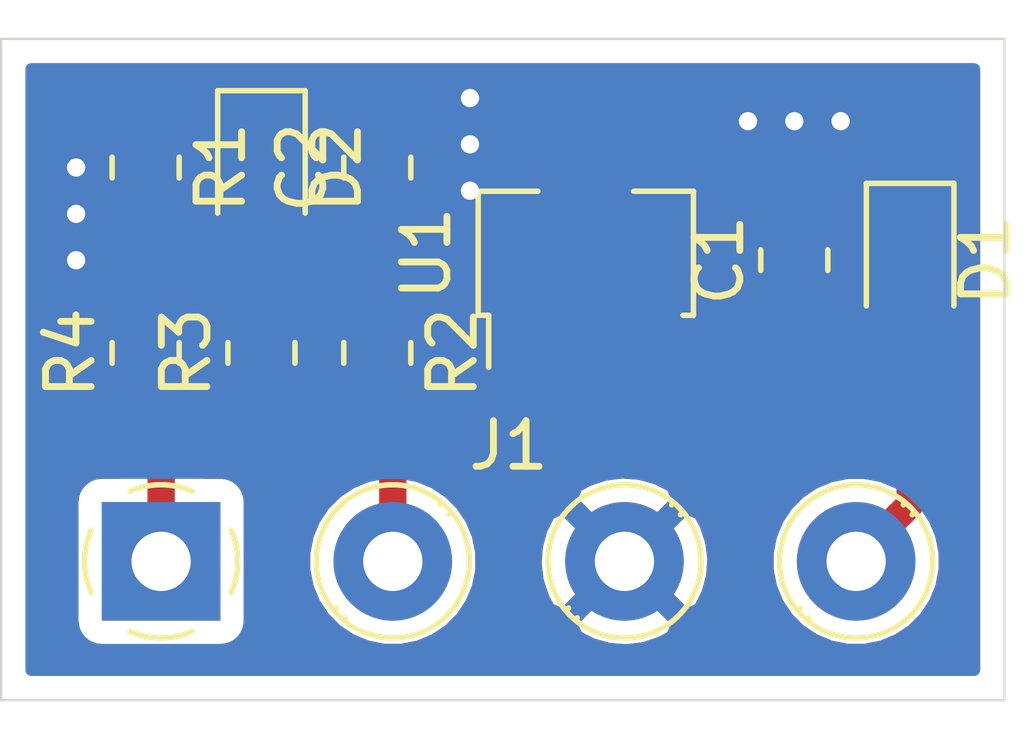
<source format=kicad_pcb>
(kicad_pcb (version 20171130) (host pcbnew 5.1.9+dfsg1-1~bpo10+1)

  (general
    (thickness 1.6)
    (drawings 4)
    (tracks 30)
    (zones 0)
    (modules 10)
    (nets 8)
  )

  (page A4)
  (layers
    (0 F.Cu signal)
    (31 B.Cu signal)
    (32 B.Adhes user)
    (33 F.Adhes user)
    (34 B.Paste user)
    (35 F.Paste user)
    (36 B.SilkS user)
    (37 F.SilkS user)
    (38 B.Mask user)
    (39 F.Mask user)
    (40 Dwgs.User user)
    (41 Cmts.User user)
    (42 Eco1.User user)
    (43 Eco2.User user)
    (44 Edge.Cuts user)
    (45 Margin user)
    (46 B.CrtYd user)
    (47 F.CrtYd user)
    (48 B.Fab user)
    (49 F.Fab user)
  )

  (setup
    (last_trace_width 0.6)
    (user_trace_width 0.4)
    (user_trace_width 0.6)
    (user_trace_width 1)
    (trace_clearance 0.2)
    (zone_clearance 0.508)
    (zone_45_only no)
    (trace_min 0.2)
    (via_size 0.8)
    (via_drill 0.4)
    (via_min_size 0.4)
    (via_min_drill 0.3)
    (uvia_size 0.3)
    (uvia_drill 0.1)
    (uvias_allowed no)
    (uvia_min_size 0.2)
    (uvia_min_drill 0.1)
    (edge_width 0.05)
    (segment_width 0.2)
    (pcb_text_width 0.3)
    (pcb_text_size 1.5 1.5)
    (mod_edge_width 0.12)
    (mod_text_size 1 1)
    (mod_text_width 0.15)
    (pad_size 1.524 1.524)
    (pad_drill 0.762)
    (pad_to_mask_clearance 0)
    (aux_axis_origin 0 0)
    (visible_elements FFF9FF3F)
    (pcbplotparams
      (layerselection 0x010fc_ffffffff)
      (usegerberextensions false)
      (usegerberattributes true)
      (usegerberadvancedattributes true)
      (creategerberjobfile true)
      (excludeedgelayer true)
      (linewidth 0.100000)
      (plotframeref false)
      (viasonmask false)
      (mode 1)
      (useauxorigin false)
      (hpglpennumber 1)
      (hpglpenspeed 20)
      (hpglpendiameter 15.000000)
      (psnegative false)
      (psa4output false)
      (plotreference true)
      (plotvalue true)
      (plotinvisibletext false)
      (padsonsilk false)
      (subtractmaskfromsilk false)
      (outputformat 1)
      (mirror false)
      (drillshape 1)
      (scaleselection 1)
      (outputdirectory ""))
  )

  (net 0 "")
  (net 1 GND)
  (net 2 "Net-(C1-Pad1)")
  (net 3 +5V)
  (net 4 +12V)
  (net 5 "Net-(D2-Pad1)")
  (net 6 "Net-(J1-Pad2)")
  (net 7 "Net-(J1-Pad1)")

  (net_class Default "This is the default net class."
    (clearance 0.2)
    (trace_width 0.25)
    (via_dia 0.8)
    (via_drill 0.4)
    (uvia_dia 0.3)
    (uvia_drill 0.1)
    (add_net +12V)
    (add_net +5V)
    (add_net GND)
    (add_net "Net-(C1-Pad1)")
    (add_net "Net-(D2-Pad1)")
    (add_net "Net-(J1-Pad1)")
    (add_net "Net-(J1-Pad2)")
  )

  (module TerminalBlock_Phoenix:TerminalBlock_Phoenix_MKDS-1,5-4-5.08_1x04_P5.08mm_Horizontal (layer F.Cu) (tedit 60760064) (tstamp 6076391D)
    (at 138.008 92.456)
    (descr "Terminal Block Phoenix MKDS-1,5-4-5.08, 4 pins, pitch 5.08mm, size 20.3x9.8mm^2, drill diamater 1.3mm, pad diameter 2.6mm, see http://www.farnell.com/datasheets/100425.pdf, script-generated using https://github.com/pointhi/kicad-footprint-generator/scripts/TerminalBlock_Phoenix")
    (tags "THT Terminal Block Phoenix MKDS-1,5-4-5.08 pitch 5.08mm size 20.3x9.8mm^2 drill 1.3mm pad 2.6mm")
    (path /607AE33F)
    (fp_text reference J1 (at 7.62 -2.54) (layer F.SilkS)
      (effects (font (size 1 1) (thickness 0.15)))
    )
    (fp_text value Conn_01x04 (at 7.62 3.048) (layer F.Fab)
      (effects (font (size 1 1) (thickness 0.15)))
    )
    (fp_arc (start 0 0) (end -0.684 1.535) (angle -25) (layer F.SilkS) (width 0.12))
    (fp_arc (start 0 0) (end -1.535 -0.684) (angle -48) (layer F.SilkS) (width 0.12))
    (fp_arc (start 0 0) (end 0.684 -1.535) (angle -48) (layer F.SilkS) (width 0.12))
    (fp_arc (start 0 0) (end 1.535 0.684) (angle -48) (layer F.SilkS) (width 0.12))
    (fp_arc (start 0 0) (end 0 1.68) (angle -24) (layer F.SilkS) (width 0.12))
    (fp_circle (center 0 0) (end 1.5 0) (layer F.Fab) (width 0.1))
    (fp_circle (center 5.08 0) (end 6.58 0) (layer F.Fab) (width 0.1))
    (fp_circle (center 5.08 0) (end 6.76 0) (layer F.SilkS) (width 0.12))
    (fp_circle (center 10.16 0) (end 11.66 0) (layer F.Fab) (width 0.1))
    (fp_circle (center 10.16 0) (end 11.84 0) (layer F.SilkS) (width 0.12))
    (fp_circle (center 15.24 0) (end 16.74 0) (layer F.Fab) (width 0.1))
    (fp_circle (center 15.24 0) (end 16.92 0) (layer F.SilkS) (width 0.12))
    (fp_line (start 1.138 -0.955) (end -0.955 1.138) (layer F.Fab) (width 0.1))
    (fp_line (start 0.955 -1.138) (end -1.138 0.955) (layer F.Fab) (width 0.1))
    (fp_line (start 6.218 -0.955) (end 4.126 1.138) (layer F.Fab) (width 0.1))
    (fp_line (start 6.035 -1.138) (end 3.943 0.955) (layer F.Fab) (width 0.1))
    (fp_line (start 6.355 -1.069) (end 6.308 -1.023) (layer F.SilkS) (width 0.12))
    (fp_line (start 4.046 1.239) (end 4.011 1.274) (layer F.SilkS) (width 0.12))
    (fp_line (start 6.15 -1.275) (end 6.115 -1.239) (layer F.SilkS) (width 0.12))
    (fp_line (start 3.853 1.023) (end 3.806 1.069) (layer F.SilkS) (width 0.12))
    (fp_line (start 11.298 -0.955) (end 9.206 1.138) (layer F.Fab) (width 0.1))
    (fp_line (start 11.115 -1.138) (end 9.023 0.955) (layer F.Fab) (width 0.1))
    (fp_line (start 11.435 -1.069) (end 11.388 -1.023) (layer F.SilkS) (width 0.12))
    (fp_line (start 9.126 1.239) (end 9.091 1.274) (layer F.SilkS) (width 0.12))
    (fp_line (start 11.23 -1.275) (end 11.195 -1.239) (layer F.SilkS) (width 0.12))
    (fp_line (start 8.933 1.023) (end 8.886 1.069) (layer F.SilkS) (width 0.12))
    (fp_line (start 16.378 -0.955) (end 14.286 1.138) (layer F.Fab) (width 0.1))
    (fp_line (start 16.195 -1.138) (end 14.103 0.955) (layer F.Fab) (width 0.1))
    (fp_line (start 16.515 -1.069) (end 16.468 -1.023) (layer F.SilkS) (width 0.12))
    (fp_line (start 14.206 1.239) (end 14.171 1.274) (layer F.SilkS) (width 0.12))
    (fp_line (start 16.31 -1.275) (end 16.275 -1.239) (layer F.SilkS) (width 0.12))
    (fp_line (start 14.013 1.023) (end 13.966 1.069) (layer F.SilkS) (width 0.12))
    (pad 4 thru_hole circle (at 15.24 0) (size 2.6 2.6) (drill 1.3) (layers *.Cu *.Mask)
      (net 4 +12V))
    (pad 3 thru_hole circle (at 10.16 0) (size 2.6 2.6) (drill 1.3) (layers *.Cu *.Mask)
      (net 1 GND))
    (pad 2 thru_hole circle (at 5.08 0) (size 2.6 2.6) (drill 1.3) (layers *.Cu *.Mask)
      (net 6 "Net-(J1-Pad2)"))
    (pad 1 thru_hole rect (at 0 0) (size 2.6 2.6) (drill 1.3) (layers *.Cu *.Mask)
      (net 7 "Net-(J1-Pad1)"))
    (model ${KISYS3DMOD}/TerminalBlock_Phoenix.3dshapes/TerminalBlock_Phoenix_MKDS-1,5-4-5.08_1x04_P5.08mm_Horizontal.wrl
      (at (xyz 0 0 0))
      (scale (xyz 1 1 1))
      (rotate (xyz 0 0 0))
    )
  )

  (module Diode_SMD:D_0805_2012Metric (layer F.Cu) (tedit 5F68FEF0) (tstamp 60763754)
    (at 154.432 85.852 270)
    (descr "Diode SMD 0805 (2012 Metric), square (rectangular) end terminal, IPC_7351 nominal, (Body size source: https://docs.google.com/spreadsheets/d/1BsfQQcO9C6DZCsRaXUlFlo91Tg2WpOkGARC1WS5S8t0/edit?usp=sharing), generated with kicad-footprint-generator")
    (tags diode)
    (path /60765A1B)
    (attr smd)
    (fp_text reference D1 (at 0 -1.65 90) (layer F.SilkS)
      (effects (font (size 1 1) (thickness 0.15)))
    )
    (fp_text value 1N4148 (at 0 1.65 90) (layer F.Fab)
      (effects (font (size 1 1) (thickness 0.15)))
    )
    (fp_text user %R (at 0 0 90) (layer F.Fab)
      (effects (font (size 0.5 0.5) (thickness 0.08)))
    )
    (fp_line (start 1 -0.6) (end -0.7 -0.6) (layer F.Fab) (width 0.1))
    (fp_line (start -0.7 -0.6) (end -1 -0.3) (layer F.Fab) (width 0.1))
    (fp_line (start -1 -0.3) (end -1 0.6) (layer F.Fab) (width 0.1))
    (fp_line (start -1 0.6) (end 1 0.6) (layer F.Fab) (width 0.1))
    (fp_line (start 1 0.6) (end 1 -0.6) (layer F.Fab) (width 0.1))
    (fp_line (start 1 -0.96) (end -1.685 -0.96) (layer F.SilkS) (width 0.12))
    (fp_line (start -1.685 -0.96) (end -1.685 0.96) (layer F.SilkS) (width 0.12))
    (fp_line (start -1.685 0.96) (end 1 0.96) (layer F.SilkS) (width 0.12))
    (fp_line (start -1.68 0.95) (end -1.68 -0.95) (layer F.CrtYd) (width 0.05))
    (fp_line (start -1.68 -0.95) (end 1.68 -0.95) (layer F.CrtYd) (width 0.05))
    (fp_line (start 1.68 -0.95) (end 1.68 0.95) (layer F.CrtYd) (width 0.05))
    (fp_line (start 1.68 0.95) (end -1.68 0.95) (layer F.CrtYd) (width 0.05))
    (pad 2 smd roundrect (at 0.9375 0 270) (size 0.975 1.4) (layers F.Cu F.Paste F.Mask) (roundrect_rratio 0.25)
      (net 4 +12V))
    (pad 1 smd roundrect (at -0.9375 0 270) (size 0.975 1.4) (layers F.Cu F.Paste F.Mask) (roundrect_rratio 0.25)
      (net 2 "Net-(C1-Pad1)"))
    (model ${KISYS3DMOD}/Diode_SMD.3dshapes/D_0805_2012Metric.wrl
      (at (xyz 0 0 0))
      (scale (xyz 1 1 1))
      (rotate (xyz 0 0 0))
    )
  )

  (module Package_TO_SOT_SMD:SOT-89-3 (layer F.Cu) (tedit 5C33D6E8) (tstamp 6076367B)
    (at 147.32 86 90)
    (descr "SOT-89-3, http://ww1.microchip.com/downloads/en/DeviceDoc/3L_SOT-89_MB_C04-029C.pdf")
    (tags SOT-89-3)
    (path /6076025B)
    (attr smd)
    (fp_text reference U1 (at 0.3 -3.5 90) (layer F.SilkS)
      (effects (font (size 1 1) (thickness 0.15)))
    )
    (fp_text value L78L05_SOT89 (at 0.3 3.5 90) (layer F.Fab)
      (effects (font (size 1 1) (thickness 0.15)))
    )
    (fp_text user %R (at 0.5 0) (layer F.Fab)
      (effects (font (size 1 1) (thickness 0.15)))
    )
    (fp_line (start 1.66 1.05) (end 1.66 2.36) (layer F.SilkS) (width 0.12))
    (fp_line (start 1.66 2.36) (end -1.06 2.36) (layer F.SilkS) (width 0.12))
    (fp_line (start -2.2 -2.13) (end -1.06 -2.13) (layer F.SilkS) (width 0.12))
    (fp_line (start 1.66 -2.36) (end 1.66 -1.05) (layer F.SilkS) (width 0.12))
    (fp_line (start -0.95 -1.25) (end 0.05 -2.25) (layer F.Fab) (width 0.1))
    (fp_line (start 1.55 -2.25) (end 1.55 2.25) (layer F.Fab) (width 0.1))
    (fp_line (start 1.55 2.25) (end -0.95 2.25) (layer F.Fab) (width 0.1))
    (fp_line (start -0.95 2.25) (end -0.95 -1.25) (layer F.Fab) (width 0.1))
    (fp_line (start 0.05 -2.25) (end 1.55 -2.25) (layer F.Fab) (width 0.1))
    (fp_line (start 2.55 -2.5) (end 2.55 2.5) (layer F.CrtYd) (width 0.05))
    (fp_line (start 2.55 -2.5) (end -2.55 -2.5) (layer F.CrtYd) (width 0.05))
    (fp_line (start -2.55 2.5) (end 2.55 2.5) (layer F.CrtYd) (width 0.05))
    (fp_line (start -2.55 2.5) (end -2.55 -2.5) (layer F.CrtYd) (width 0.05))
    (fp_line (start -1.06 -2.36) (end 1.66 -2.36) (layer F.SilkS) (width 0.12))
    (fp_line (start -1.06 -2.36) (end -1.06 -2.13) (layer F.SilkS) (width 0.12))
    (fp_line (start -1.06 2.36) (end -1.06 2.13) (layer F.SilkS) (width 0.12))
    (pad 2 smd custom (at -1.5625 0 90) (size 1.475 0.9) (layers F.Cu F.Paste F.Mask)
      (net 1 GND) (zone_connect 2)
      (options (clearance outline) (anchor rect))
      (primitives
        (gr_poly (pts
           (xy 0.7375 -0.8665) (xy 3.8625 -0.8665) (xy 3.8625 0.8665) (xy 0.7375 0.8665)) (width 0))
      ))
    (pad 3 smd rect (at -1.65 1.5 90) (size 1.3 0.9) (layers F.Cu F.Paste F.Mask)
      (net 2 "Net-(C1-Pad1)"))
    (pad 1 smd rect (at -1.65 -1.5 90) (size 1.3 0.9) (layers F.Cu F.Paste F.Mask)
      (net 3 +5V))
    (model ${KISYS3DMOD}/Package_TO_SOT_SMD.3dshapes/SOT-89-3.wrl
      (at (xyz 0 0 0))
      (scale (xyz 1 1 1))
      (rotate (xyz 0 0 0))
    )
  )

  (module Resistor_SMD:R_0805_2012Metric (layer F.Cu) (tedit 5F68FEEE) (tstamp 6076371F)
    (at 137.668 87.884 90)
    (descr "Resistor SMD 0805 (2012 Metric), square (rectangular) end terminal, IPC_7351 nominal, (Body size source: IPC-SM-782 page 72, https://www.pcb-3d.com/wordpress/wp-content/uploads/ipc-sm-782a_amendment_1_and_2.pdf), generated with kicad-footprint-generator")
    (tags resistor)
    (path /6078599B)
    (attr smd)
    (fp_text reference R4 (at 0 -1.65 90) (layer F.SilkS)
      (effects (font (size 1 1) (thickness 0.15)))
    )
    (fp_text value 560R (at 0 1.65 90) (layer F.Fab)
      (effects (font (size 1 1) (thickness 0.15)))
    )
    (fp_text user %R (at 0 0 90) (layer F.Fab)
      (effects (font (size 0.5 0.5) (thickness 0.08)))
    )
    (fp_line (start -1 0.625) (end -1 -0.625) (layer F.Fab) (width 0.1))
    (fp_line (start -1 -0.625) (end 1 -0.625) (layer F.Fab) (width 0.1))
    (fp_line (start 1 -0.625) (end 1 0.625) (layer F.Fab) (width 0.1))
    (fp_line (start 1 0.625) (end -1 0.625) (layer F.Fab) (width 0.1))
    (fp_line (start -0.227064 -0.735) (end 0.227064 -0.735) (layer F.SilkS) (width 0.12))
    (fp_line (start -0.227064 0.735) (end 0.227064 0.735) (layer F.SilkS) (width 0.12))
    (fp_line (start -1.68 0.95) (end -1.68 -0.95) (layer F.CrtYd) (width 0.05))
    (fp_line (start -1.68 -0.95) (end 1.68 -0.95) (layer F.CrtYd) (width 0.05))
    (fp_line (start 1.68 -0.95) (end 1.68 0.95) (layer F.CrtYd) (width 0.05))
    (fp_line (start 1.68 0.95) (end -1.68 0.95) (layer F.CrtYd) (width 0.05))
    (pad 2 smd roundrect (at 0.9125 0 90) (size 1.025 1.4) (layers F.Cu F.Paste F.Mask) (roundrect_rratio 0.243902)
      (net 1 GND))
    (pad 1 smd roundrect (at -0.9125 0 90) (size 1.025 1.4) (layers F.Cu F.Paste F.Mask) (roundrect_rratio 0.243902)
      (net 7 "Net-(J1-Pad1)"))
    (model ${KISYS3DMOD}/Resistor_SMD.3dshapes/R_0805_2012Metric.wrl
      (at (xyz 0 0 0))
      (scale (xyz 1 1 1))
      (rotate (xyz 0 0 0))
    )
  )

  (module Resistor_SMD:R_0805_2012Metric (layer F.Cu) (tedit 5F68FEEE) (tstamp 60763614)
    (at 140.208 87.884 90)
    (descr "Resistor SMD 0805 (2012 Metric), square (rectangular) end terminal, IPC_7351 nominal, (Body size source: IPC-SM-782 page 72, https://www.pcb-3d.com/wordpress/wp-content/uploads/ipc-sm-782a_amendment_1_and_2.pdf), generated with kicad-footprint-generator")
    (tags resistor)
    (path /607850BF)
    (attr smd)
    (fp_text reference R3 (at 0 -1.65 90) (layer F.SilkS)
      (effects (font (size 1 1) (thickness 0.15)))
    )
    (fp_text value 200R (at 0 1.65 90) (layer F.Fab)
      (effects (font (size 1 1) (thickness 0.15)))
    )
    (fp_text user %R (at 0 0 90) (layer F.Fab)
      (effects (font (size 0.5 0.5) (thickness 0.08)))
    )
    (fp_line (start -1 0.625) (end -1 -0.625) (layer F.Fab) (width 0.1))
    (fp_line (start -1 -0.625) (end 1 -0.625) (layer F.Fab) (width 0.1))
    (fp_line (start 1 -0.625) (end 1 0.625) (layer F.Fab) (width 0.1))
    (fp_line (start 1 0.625) (end -1 0.625) (layer F.Fab) (width 0.1))
    (fp_line (start -0.227064 -0.735) (end 0.227064 -0.735) (layer F.SilkS) (width 0.12))
    (fp_line (start -0.227064 0.735) (end 0.227064 0.735) (layer F.SilkS) (width 0.12))
    (fp_line (start -1.68 0.95) (end -1.68 -0.95) (layer F.CrtYd) (width 0.05))
    (fp_line (start -1.68 -0.95) (end 1.68 -0.95) (layer F.CrtYd) (width 0.05))
    (fp_line (start 1.68 -0.95) (end 1.68 0.95) (layer F.CrtYd) (width 0.05))
    (fp_line (start 1.68 0.95) (end -1.68 0.95) (layer F.CrtYd) (width 0.05))
    (pad 2 smd roundrect (at 0.9125 0 90) (size 1.025 1.4) (layers F.Cu F.Paste F.Mask) (roundrect_rratio 0.243902)
      (net 7 "Net-(J1-Pad1)"))
    (pad 1 smd roundrect (at -0.9125 0 90) (size 1.025 1.4) (layers F.Cu F.Paste F.Mask) (roundrect_rratio 0.243902)
      (net 6 "Net-(J1-Pad2)"))
    (model ${KISYS3DMOD}/Resistor_SMD.3dshapes/R_0805_2012Metric.wrl
      (at (xyz 0 0 0))
      (scale (xyz 1 1 1))
      (rotate (xyz 0 0 0))
    )
  )

  (module Resistor_SMD:R_0805_2012Metric (layer F.Cu) (tedit 5F68FEEE) (tstamp 60763644)
    (at 142.748 87.884 270)
    (descr "Resistor SMD 0805 (2012 Metric), square (rectangular) end terminal, IPC_7351 nominal, (Body size source: IPC-SM-782 page 72, https://www.pcb-3d.com/wordpress/wp-content/uploads/ipc-sm-782a_amendment_1_and_2.pdf), generated with kicad-footprint-generator")
    (tags resistor)
    (path /6078557B)
    (attr smd)
    (fp_text reference R2 (at 0 -1.65 90) (layer F.SilkS)
      (effects (font (size 1 1) (thickness 0.15)))
    )
    (fp_text value 560R (at 0 1.65 90) (layer F.Fab)
      (effects (font (size 1 1) (thickness 0.15)))
    )
    (fp_text user %R (at 0 0 90) (layer F.Fab)
      (effects (font (size 0.5 0.5) (thickness 0.08)))
    )
    (fp_line (start -1 0.625) (end -1 -0.625) (layer F.Fab) (width 0.1))
    (fp_line (start -1 -0.625) (end 1 -0.625) (layer F.Fab) (width 0.1))
    (fp_line (start 1 -0.625) (end 1 0.625) (layer F.Fab) (width 0.1))
    (fp_line (start 1 0.625) (end -1 0.625) (layer F.Fab) (width 0.1))
    (fp_line (start -0.227064 -0.735) (end 0.227064 -0.735) (layer F.SilkS) (width 0.12))
    (fp_line (start -0.227064 0.735) (end 0.227064 0.735) (layer F.SilkS) (width 0.12))
    (fp_line (start -1.68 0.95) (end -1.68 -0.95) (layer F.CrtYd) (width 0.05))
    (fp_line (start -1.68 -0.95) (end 1.68 -0.95) (layer F.CrtYd) (width 0.05))
    (fp_line (start 1.68 -0.95) (end 1.68 0.95) (layer F.CrtYd) (width 0.05))
    (fp_line (start 1.68 0.95) (end -1.68 0.95) (layer F.CrtYd) (width 0.05))
    (pad 2 smd roundrect (at 0.9125 0 270) (size 1.025 1.4) (layers F.Cu F.Paste F.Mask) (roundrect_rratio 0.243902)
      (net 6 "Net-(J1-Pad2)"))
    (pad 1 smd roundrect (at -0.9125 0 270) (size 1.025 1.4) (layers F.Cu F.Paste F.Mask) (roundrect_rratio 0.243902)
      (net 3 +5V))
    (model ${KISYS3DMOD}/Resistor_SMD.3dshapes/R_0805_2012Metric.wrl
      (at (xyz 0 0 0))
      (scale (xyz 1 1 1))
      (rotate (xyz 0 0 0))
    )
  )

  (module Resistor_SMD:R_0805_2012Metric (layer F.Cu) (tedit 5F68FEEE) (tstamp 60761F28)
    (at 137.668 83.82 270)
    (descr "Resistor SMD 0805 (2012 Metric), square (rectangular) end terminal, IPC_7351 nominal, (Body size source: IPC-SM-782 page 72, https://www.pcb-3d.com/wordpress/wp-content/uploads/ipc-sm-782a_amendment_1_and_2.pdf), generated with kicad-footprint-generator")
    (tags resistor)
    (path /60761C87)
    (attr smd)
    (fp_text reference R1 (at 0 -1.65 90) (layer F.SilkS)
      (effects (font (size 1 1) (thickness 0.15)))
    )
    (fp_text value 1k (at 0 1.65 90) (layer F.Fab)
      (effects (font (size 1 1) (thickness 0.15)))
    )
    (fp_text user %R (at 0 0 90) (layer F.Fab)
      (effects (font (size 0.5 0.5) (thickness 0.08)))
    )
    (fp_line (start -1 0.625) (end -1 -0.625) (layer F.Fab) (width 0.1))
    (fp_line (start -1 -0.625) (end 1 -0.625) (layer F.Fab) (width 0.1))
    (fp_line (start 1 -0.625) (end 1 0.625) (layer F.Fab) (width 0.1))
    (fp_line (start 1 0.625) (end -1 0.625) (layer F.Fab) (width 0.1))
    (fp_line (start -0.227064 -0.735) (end 0.227064 -0.735) (layer F.SilkS) (width 0.12))
    (fp_line (start -0.227064 0.735) (end 0.227064 0.735) (layer F.SilkS) (width 0.12))
    (fp_line (start -1.68 0.95) (end -1.68 -0.95) (layer F.CrtYd) (width 0.05))
    (fp_line (start -1.68 -0.95) (end 1.68 -0.95) (layer F.CrtYd) (width 0.05))
    (fp_line (start 1.68 -0.95) (end 1.68 0.95) (layer F.CrtYd) (width 0.05))
    (fp_line (start 1.68 0.95) (end -1.68 0.95) (layer F.CrtYd) (width 0.05))
    (pad 2 smd roundrect (at 0.9125 0 270) (size 1.025 1.4) (layers F.Cu F.Paste F.Mask) (roundrect_rratio 0.243902)
      (net 1 GND))
    (pad 1 smd roundrect (at -0.9125 0 270) (size 1.025 1.4) (layers F.Cu F.Paste F.Mask) (roundrect_rratio 0.243902)
      (net 5 "Net-(D2-Pad1)"))
    (model ${KISYS3DMOD}/Resistor_SMD.3dshapes/R_0805_2012Metric.wrl
      (at (xyz 0 0 0))
      (scale (xyz 1 1 1))
      (rotate (xyz 0 0 0))
    )
  )

  (module LED_SMD:LED_0805_2012Metric (layer F.Cu) (tedit 5F68FEF1) (tstamp 607605B0)
    (at 140.208 83.82 270)
    (descr "LED SMD 0805 (2012 Metric), square (rectangular) end terminal, IPC_7351 nominal, (Body size source: https://docs.google.com/spreadsheets/d/1BsfQQcO9C6DZCsRaXUlFlo91Tg2WpOkGARC1WS5S8t0/edit?usp=sharing), generated with kicad-footprint-generator")
    (tags LED)
    (path /60762A6B)
    (attr smd)
    (fp_text reference D2 (at 0 -1.65 90) (layer F.SilkS)
      (effects (font (size 1 1) (thickness 0.15)))
    )
    (fp_text value LED (at 0 1.65 90) (layer F.Fab)
      (effects (font (size 1 1) (thickness 0.15)))
    )
    (fp_text user %R (at 0 0 90) (layer F.Fab)
      (effects (font (size 0.5 0.5) (thickness 0.08)))
    )
    (fp_line (start 1 -0.6) (end -0.7 -0.6) (layer F.Fab) (width 0.1))
    (fp_line (start -0.7 -0.6) (end -1 -0.3) (layer F.Fab) (width 0.1))
    (fp_line (start -1 -0.3) (end -1 0.6) (layer F.Fab) (width 0.1))
    (fp_line (start -1 0.6) (end 1 0.6) (layer F.Fab) (width 0.1))
    (fp_line (start 1 0.6) (end 1 -0.6) (layer F.Fab) (width 0.1))
    (fp_line (start 1 -0.96) (end -1.685 -0.96) (layer F.SilkS) (width 0.12))
    (fp_line (start -1.685 -0.96) (end -1.685 0.96) (layer F.SilkS) (width 0.12))
    (fp_line (start -1.685 0.96) (end 1 0.96) (layer F.SilkS) (width 0.12))
    (fp_line (start -1.68 0.95) (end -1.68 -0.95) (layer F.CrtYd) (width 0.05))
    (fp_line (start -1.68 -0.95) (end 1.68 -0.95) (layer F.CrtYd) (width 0.05))
    (fp_line (start 1.68 -0.95) (end 1.68 0.95) (layer F.CrtYd) (width 0.05))
    (fp_line (start 1.68 0.95) (end -1.68 0.95) (layer F.CrtYd) (width 0.05))
    (pad 2 smd roundrect (at 0.9375 0 270) (size 0.975 1.4) (layers F.Cu F.Paste F.Mask) (roundrect_rratio 0.25)
      (net 3 +5V))
    (pad 1 smd roundrect (at -0.9375 0 270) (size 0.975 1.4) (layers F.Cu F.Paste F.Mask) (roundrect_rratio 0.25)
      (net 5 "Net-(D2-Pad1)"))
    (model ${KISYS3DMOD}/LED_SMD.3dshapes/LED_0805_2012Metric.wrl
      (at (xyz 0 0 0))
      (scale (xyz 1 1 1))
      (rotate (xyz 0 0 0))
    )
  )

  (module Resistor_SMD:R_0805_2012Metric (layer F.Cu) (tedit 5F68FEEE) (tstamp 6076057E)
    (at 142.748 83.82 90)
    (descr "Resistor SMD 0805 (2012 Metric), square (rectangular) end terminal, IPC_7351 nominal, (Body size source: IPC-SM-782 page 72, https://www.pcb-3d.com/wordpress/wp-content/uploads/ipc-sm-782a_amendment_1_and_2.pdf), generated with kicad-footprint-generator")
    (tags resistor)
    (path /6076250A)
    (attr smd)
    (fp_text reference C2 (at 0 -1.65 90) (layer F.SilkS)
      (effects (font (size 1 1) (thickness 0.15)))
    )
    (fp_text value 22u (at 0 1.65 90) (layer F.Fab)
      (effects (font (size 1 1) (thickness 0.15)))
    )
    (fp_text user %R (at 0 0 90) (layer F.Fab)
      (effects (font (size 0.5 0.5) (thickness 0.08)))
    )
    (fp_line (start -1 0.625) (end -1 -0.625) (layer F.Fab) (width 0.1))
    (fp_line (start -1 -0.625) (end 1 -0.625) (layer F.Fab) (width 0.1))
    (fp_line (start 1 -0.625) (end 1 0.625) (layer F.Fab) (width 0.1))
    (fp_line (start 1 0.625) (end -1 0.625) (layer F.Fab) (width 0.1))
    (fp_line (start -0.227064 -0.735) (end 0.227064 -0.735) (layer F.SilkS) (width 0.12))
    (fp_line (start -0.227064 0.735) (end 0.227064 0.735) (layer F.SilkS) (width 0.12))
    (fp_line (start -1.68 0.95) (end -1.68 -0.95) (layer F.CrtYd) (width 0.05))
    (fp_line (start -1.68 -0.95) (end 1.68 -0.95) (layer F.CrtYd) (width 0.05))
    (fp_line (start 1.68 -0.95) (end 1.68 0.95) (layer F.CrtYd) (width 0.05))
    (fp_line (start 1.68 0.95) (end -1.68 0.95) (layer F.CrtYd) (width 0.05))
    (pad 2 smd roundrect (at 0.9125 0 90) (size 1.025 1.4) (layers F.Cu F.Paste F.Mask) (roundrect_rratio 0.243902)
      (net 1 GND))
    (pad 1 smd roundrect (at -0.9125 0 90) (size 1.025 1.4) (layers F.Cu F.Paste F.Mask) (roundrect_rratio 0.243902)
      (net 3 +5V))
    (model ${KISYS3DMOD}/Resistor_SMD.3dshapes/R_0805_2012Metric.wrl
      (at (xyz 0 0 0))
      (scale (xyz 1 1 1))
      (rotate (xyz 0 0 0))
    )
  )

  (module Resistor_SMD:R_0805_2012Metric (layer F.Cu) (tedit 5F68FEEE) (tstamp 607636C5)
    (at 151.892 85.852 90)
    (descr "Resistor SMD 0805 (2012 Metric), square (rectangular) end terminal, IPC_7351 nominal, (Body size source: IPC-SM-782 page 72, https://www.pcb-3d.com/wordpress/wp-content/uploads/ipc-sm-782a_amendment_1_and_2.pdf), generated with kicad-footprint-generator")
    (tags resistor)
    (path /6076216A)
    (attr smd)
    (fp_text reference C1 (at 0 -1.65 90) (layer F.SilkS)
      (effects (font (size 1 1) (thickness 0.15)))
    )
    (fp_text value 22u (at 0 1.65 90) (layer F.Fab)
      (effects (font (size 1 1) (thickness 0.15)))
    )
    (fp_text user %R (at 0 0 90) (layer F.Fab)
      (effects (font (size 0.5 0.5) (thickness 0.08)))
    )
    (fp_line (start -1 0.625) (end -1 -0.625) (layer F.Fab) (width 0.1))
    (fp_line (start -1 -0.625) (end 1 -0.625) (layer F.Fab) (width 0.1))
    (fp_line (start 1 -0.625) (end 1 0.625) (layer F.Fab) (width 0.1))
    (fp_line (start 1 0.625) (end -1 0.625) (layer F.Fab) (width 0.1))
    (fp_line (start -0.227064 -0.735) (end 0.227064 -0.735) (layer F.SilkS) (width 0.12))
    (fp_line (start -0.227064 0.735) (end 0.227064 0.735) (layer F.SilkS) (width 0.12))
    (fp_line (start -1.68 0.95) (end -1.68 -0.95) (layer F.CrtYd) (width 0.05))
    (fp_line (start -1.68 -0.95) (end 1.68 -0.95) (layer F.CrtYd) (width 0.05))
    (fp_line (start 1.68 -0.95) (end 1.68 0.95) (layer F.CrtYd) (width 0.05))
    (fp_line (start 1.68 0.95) (end -1.68 0.95) (layer F.CrtYd) (width 0.05))
    (pad 2 smd roundrect (at 0.9125 0 90) (size 1.025 1.4) (layers F.Cu F.Paste F.Mask) (roundrect_rratio 0.243902)
      (net 1 GND))
    (pad 1 smd roundrect (at -0.9125 0 90) (size 1.025 1.4) (layers F.Cu F.Paste F.Mask) (roundrect_rratio 0.243902)
      (net 2 "Net-(C1-Pad1)"))
    (model ${KISYS3DMOD}/Resistor_SMD.3dshapes/R_0805_2012Metric.wrl
      (at (xyz 0 0 0))
      (scale (xyz 1 1 1))
      (rotate (xyz 0 0 0))
    )
  )

  (gr_line (start 134.5 81) (end 134.5 95.5) (layer Edge.Cuts) (width 0.05) (tstamp 607613EF))
  (gr_line (start 156.5 81) (end 134.5 81) (layer Edge.Cuts) (width 0.05))
  (gr_line (start 156.5 95.5) (end 156.5 81) (layer Edge.Cuts) (width 0.05) (tstamp 60761D92))
  (gr_line (start 134.5 95.5) (end 156.5 95.5) (layer Edge.Cuts) (width 0.05))

  (via (at 151.892 82.804) (size 0.8) (drill 0.4) (layers F.Cu B.Cu) (net 1))
  (via (at 152.908 82.804) (size 0.8) (drill 0.4) (layers F.Cu B.Cu) (net 1))
  (via (at 150.876 82.804) (size 0.8) (drill 0.4) (layers F.Cu B.Cu) (net 1))
  (via (at 144.78 82.296) (size 0.8) (drill 0.4) (layers F.Cu B.Cu) (net 1))
  (via (at 144.78 83.312) (size 0.8) (drill 0.4) (layers F.Cu B.Cu) (net 1))
  (via (at 144.78 84.328) (size 0.8) (drill 0.4) (layers F.Cu B.Cu) (net 1))
  (via (at 136.144 83.82) (size 0.8) (drill 0.4) (layers F.Cu B.Cu) (net 1))
  (via (at 136.144 84.836) (size 0.8) (drill 0.4) (layers F.Cu B.Cu) (net 1))
  (via (at 136.144 85.852) (size 0.8) (drill 0.4) (layers F.Cu B.Cu) (net 1))
  (segment (start 154.686 85) (end 154.3625 85) (width 0.6) (layer F.Cu) (net 2) (tstamp 607636F8))
  (segment (start 152.5375 86.825) (end 151.892 86.825) (width 0.6) (layer F.Cu) (net 2) (tstamp 60763707))
  (segment (start 154.3625 85) (end 152.5375 86.825) (width 0.6) (layer F.Cu) (net 2) (tstamp 607636EF))
  (segment (start 151.067 87.65) (end 151.892 86.825) (width 0.6) (layer F.Cu) (net 2) (tstamp 607636B3))
  (segment (start 148.82 87.65) (end 151.067 87.65) (width 0.6) (layer F.Cu) (net 2) (tstamp 6076370D))
  (segment (start 145.292 87.122) (end 145.82 87.65) (width 0.6) (layer F.Cu) (net 3) (tstamp 607635FF))
  (segment (start 142.748 87.122) (end 145.292 87.122) (width 0.6) (layer F.Cu) (net 3) (tstamp 60763704))
  (segment (start 142.748 87.122) (end 142.748 84.836) (width 0.6) (layer F.Cu) (net 3) (tstamp 607636FB))
  (segment (start 142.748 84.836) (end 140.208 84.836) (width 0.6) (layer F.Cu) (net 3) (tstamp 607636FE))
  (segment (start 154.432 91.202) (end 153.178 92.456) (width 0.6) (layer F.Cu) (net 4) (tstamp 607636F2))
  (segment (start 154.432 86.7895) (end 154.432 91.202) (width 0.6) (layer F.Cu) (net 4))
  (segment (start 137.693 82.8825) (end 137.668 82.9075) (width 0.6) (layer F.Cu) (net 5) (tstamp 6076370A))
  (segment (start 140.208 82.8825) (end 137.693 82.8825) (width 0.6) (layer F.Cu) (net 5) (tstamp 607636B0))
  (segment (start 142.748 88.947) (end 140.208 88.947) (width 0.6) (layer F.Cu) (net 6) (tstamp 607636AD))
  (segment (start 143.088 89.1365) (end 142.748 88.7965) (width 0.6) (layer F.Cu) (net 6))
  (segment (start 143.088 92.456) (end 143.088 89.1365) (width 0.6) (layer F.Cu) (net 6))
  (segment (start 140.208 87.122) (end 139.886 87.122) (width 0.6) (layer F.Cu) (net 7) (tstamp 60763701))
  (segment (start 138.108 88.9) (end 137.414 88.9) (width 0.6) (layer F.Cu) (net 7) (tstamp 60763740))
  (segment (start 139.886 87.122) (end 138.108 88.9) (width 0.6) (layer F.Cu) (net 7) (tstamp 60763602))
  (segment (start 138.008 89.1365) (end 137.668 88.7965) (width 0.6) (layer F.Cu) (net 7))
  (segment (start 138.008 92.456) (end 138.008 89.1365) (width 0.6) (layer F.Cu) (net 7))

  (zone (net 1) (net_name GND) (layer F.Cu) (tstamp 0) (hatch edge 0.508)
    (connect_pads (clearance 0.508))
    (min_thickness 0.254)
    (fill yes (arc_segments 32) (thermal_gap 0.508) (thermal_bridge_width 0.508))
    (polygon
      (pts
        (xy 156.5 95.5) (xy 134.5 95.5) (xy 134.5 81) (xy 156.5 81)
      )
    )
    (filled_polygon
      (pts
        (xy 155.84 94.84) (xy 135.16 94.84) (xy 135.16 91.156) (xy 136.069928 91.156) (xy 136.069928 93.756)
        (xy 136.082188 93.880482) (xy 136.118498 94.00018) (xy 136.177463 94.110494) (xy 136.256815 94.207185) (xy 136.353506 94.286537)
        (xy 136.46382 94.345502) (xy 136.583518 94.381812) (xy 136.708 94.394072) (xy 139.308 94.394072) (xy 139.432482 94.381812)
        (xy 139.55218 94.345502) (xy 139.662494 94.286537) (xy 139.759185 94.207185) (xy 139.838537 94.110494) (xy 139.897502 94.00018)
        (xy 139.933812 93.880482) (xy 139.946072 93.756) (xy 139.946072 91.156) (xy 139.933812 91.031518) (xy 139.897502 90.91182)
        (xy 139.838537 90.801506) (xy 139.759185 90.704815) (xy 139.662494 90.625463) (xy 139.55218 90.566498) (xy 139.432482 90.530188)
        (xy 139.308 90.517928) (xy 138.943 90.517928) (xy 138.943 89.409088) (xy 139.019595 89.552387) (xy 139.130038 89.686962)
        (xy 139.264613 89.797405) (xy 139.418149 89.879472) (xy 139.584745 89.930008) (xy 139.757999 89.947072) (xy 140.658001 89.947072)
        (xy 140.831255 89.930008) (xy 140.989517 89.882) (xy 141.966483 89.882) (xy 142.124745 89.930008) (xy 142.153001 89.932791)
        (xy 142.153001 90.753542) (xy 141.854509 90.952987) (xy 141.584987 91.222509) (xy 141.373225 91.539434) (xy 141.227361 91.891581)
        (xy 141.153 92.265419) (xy 141.153 92.646581) (xy 141.227361 93.020419) (xy 141.373225 93.372566) (xy 141.584987 93.689491)
        (xy 141.854509 93.959013) (xy 142.171434 94.170775) (xy 142.523581 94.316639) (xy 142.897419 94.391) (xy 143.278581 94.391)
        (xy 143.652419 94.316639) (xy 144.004566 94.170775) (xy 144.321491 93.959013) (xy 144.47528 93.805224) (xy 146.998381 93.805224)
        (xy 147.130317 94.100312) (xy 147.471045 94.271159) (xy 147.838557 94.37225) (xy 148.218729 94.399701) (xy 148.596951 94.352457)
        (xy 148.95869 94.232333) (xy 149.205683 94.100312) (xy 149.337619 93.805224) (xy 148.168 92.635605) (xy 146.998381 93.805224)
        (xy 144.47528 93.805224) (xy 144.591013 93.689491) (xy 144.802775 93.372566) (xy 144.948639 93.020419) (xy 145.023 92.646581)
        (xy 145.023 92.506729) (xy 146.224299 92.506729) (xy 146.271543 92.884951) (xy 146.391667 93.24669) (xy 146.523688 93.493683)
        (xy 146.818776 93.625619) (xy 147.988395 92.456) (xy 148.347605 92.456) (xy 149.517224 93.625619) (xy 149.812312 93.493683)
        (xy 149.983159 93.152955) (xy 150.08425 92.785443) (xy 150.111701 92.405271) (xy 150.064457 92.027049) (xy 149.944333 91.66531)
        (xy 149.812312 91.418317) (xy 149.517224 91.286381) (xy 148.347605 92.456) (xy 147.988395 92.456) (xy 146.818776 91.286381)
        (xy 146.523688 91.418317) (xy 146.352841 91.759045) (xy 146.25175 92.126557) (xy 146.224299 92.506729) (xy 145.023 92.506729)
        (xy 145.023 92.265419) (xy 144.948639 91.891581) (xy 144.802775 91.539434) (xy 144.591013 91.222509) (xy 144.47528 91.106776)
        (xy 146.998381 91.106776) (xy 148.168 92.276395) (xy 149.337619 91.106776) (xy 149.205683 90.811688) (xy 148.864955 90.640841)
        (xy 148.497443 90.53975) (xy 148.117271 90.512299) (xy 147.739049 90.559543) (xy 147.37731 90.679667) (xy 147.130317 90.811688)
        (xy 146.998381 91.106776) (xy 144.47528 91.106776) (xy 144.321491 90.952987) (xy 144.023 90.753542) (xy 144.023 89.383924)
        (xy 144.069008 89.232255) (xy 144.086072 89.059001) (xy 144.086072 88.533999) (xy 144.069008 88.360745) (xy 144.018472 88.194149)
        (xy 143.945164 88.057) (xy 144.731928 88.057) (xy 144.731928 88.3) (xy 144.744188 88.424482) (xy 144.780498 88.54418)
        (xy 144.839463 88.654494) (xy 144.918815 88.751185) (xy 145.015506 88.830537) (xy 145.12582 88.889502) (xy 145.245518 88.925812)
        (xy 145.37 88.938072) (xy 146.27 88.938072) (xy 146.394482 88.925812) (xy 146.51418 88.889502) (xy 146.624494 88.830537)
        (xy 146.721185 88.751185) (xy 146.800537 88.654494) (xy 146.859502 88.54418) (xy 146.895812 88.424482) (xy 146.908072 88.3)
        (xy 146.908072 87) (xy 147.731928 87) (xy 147.731928 88.3) (xy 147.744188 88.424482) (xy 147.780498 88.54418)
        (xy 147.839463 88.654494) (xy 147.918815 88.751185) (xy 148.015506 88.830537) (xy 148.12582 88.889502) (xy 148.245518 88.925812)
        (xy 148.37 88.938072) (xy 149.27 88.938072) (xy 149.394482 88.925812) (xy 149.51418 88.889502) (xy 149.624494 88.830537)
        (xy 149.721185 88.751185) (xy 149.800537 88.654494) (xy 149.837683 88.585) (xy 151.021068 88.585) (xy 151.067 88.589524)
        (xy 151.112932 88.585) (xy 151.250292 88.571471) (xy 151.42654 88.518007) (xy 151.588972 88.431186) (xy 151.731344 88.314344)
        (xy 151.76063 88.278659) (xy 152.124217 87.915072) (xy 152.342001 87.915072) (xy 152.515255 87.898008) (xy 152.681851 87.847472)
        (xy 152.835387 87.765405) (xy 152.969962 87.654962) (xy 152.971325 87.653301) (xy 153.059472 87.606186) (xy 153.201844 87.489344)
        (xy 153.215543 87.472652) (xy 153.242542 87.523164) (xy 153.352208 87.656792) (xy 153.485836 87.766458) (xy 153.497 87.772425)
        (xy 153.497001 90.53262) (xy 153.438581 90.521) (xy 153.057419 90.521) (xy 152.683581 90.595361) (xy 152.331434 90.741225)
        (xy 152.014509 90.952987) (xy 151.744987 91.222509) (xy 151.533225 91.539434) (xy 151.387361 91.891581) (xy 151.313 92.265419)
        (xy 151.313 92.646581) (xy 151.387361 93.020419) (xy 151.533225 93.372566) (xy 151.744987 93.689491) (xy 152.014509 93.959013)
        (xy 152.331434 94.170775) (xy 152.683581 94.316639) (xy 153.057419 94.391) (xy 153.438581 94.391) (xy 153.812419 94.316639)
        (xy 154.164566 94.170775) (xy 154.481491 93.959013) (xy 154.751013 93.689491) (xy 154.962775 93.372566) (xy 155.108639 93.020419)
        (xy 155.183 92.646581) (xy 155.183 92.265419) (xy 155.108639 91.891581) (xy 155.097568 91.864853) (xy 155.213186 91.723972)
        (xy 155.300007 91.56154) (xy 155.353471 91.385292) (xy 155.367 91.247932) (xy 155.371524 91.202) (xy 155.367 91.156068)
        (xy 155.367 87.772425) (xy 155.378164 87.766458) (xy 155.511792 87.656792) (xy 155.621458 87.523164) (xy 155.702947 87.370709)
        (xy 155.753128 87.205285) (xy 155.770072 87.03325) (xy 155.770072 86.54575) (xy 155.753128 86.373715) (xy 155.702947 86.208291)
        (xy 155.621458 86.055836) (xy 155.511792 85.922208) (xy 155.426244 85.852) (xy 155.511792 85.781792) (xy 155.621458 85.648164)
        (xy 155.702947 85.495709) (xy 155.753128 85.330285) (xy 155.770072 85.15825) (xy 155.770072 84.67075) (xy 155.753128 84.498715)
        (xy 155.702947 84.333291) (xy 155.621458 84.180836) (xy 155.511792 84.047208) (xy 155.378164 83.937542) (xy 155.225709 83.856053)
        (xy 155.060285 83.805872) (xy 154.88825 83.788928) (xy 153.97575 83.788928) (xy 153.803715 83.805872) (xy 153.638291 83.856053)
        (xy 153.485836 83.937542) (xy 153.352208 84.047208) (xy 153.242542 84.180836) (xy 153.203218 84.254407) (xy 153.181502 84.18282)
        (xy 153.122537 84.072506) (xy 153.043185 83.975815) (xy 152.946494 83.896463) (xy 152.83618 83.837498) (xy 152.716482 83.801188)
        (xy 152.592 83.788928) (xy 152.17775 83.792) (xy 152.019 83.95075) (xy 152.019 84.8125) (xy 152.039 84.8125)
        (xy 152.039 85.0665) (xy 152.019 85.0665) (xy 152.019 85.0865) (xy 151.765 85.0865) (xy 151.765 85.0665)
        (xy 150.71575 85.0665) (xy 150.557 85.22525) (xy 150.553928 85.452) (xy 150.566188 85.576482) (xy 150.602498 85.69618)
        (xy 150.661463 85.806494) (xy 150.740815 85.903185) (xy 150.770276 85.927363) (xy 150.703595 86.008613) (xy 150.621528 86.162149)
        (xy 150.570992 86.328745) (xy 150.553928 86.501999) (xy 150.553928 86.715) (xy 149.837683 86.715) (xy 149.800537 86.645506)
        (xy 149.721185 86.548815) (xy 149.624494 86.469463) (xy 149.51418 86.410498) (xy 149.394482 86.374188) (xy 149.27 86.361928)
        (xy 148.37 86.361928) (xy 148.245518 86.374188) (xy 148.12582 86.410498) (xy 148.015506 86.469463) (xy 147.918815 86.548815)
        (xy 147.839463 86.645506) (xy 147.780498 86.75582) (xy 147.744188 86.875518) (xy 147.731928 87) (xy 146.908072 87)
        (xy 146.895812 86.875518) (xy 146.859502 86.75582) (xy 146.800537 86.645506) (xy 146.721185 86.548815) (xy 146.624494 86.469463)
        (xy 146.51418 86.410498) (xy 146.394482 86.374188) (xy 146.27 86.361928) (xy 145.839699 86.361928) (xy 145.813972 86.340814)
        (xy 145.65154 86.253993) (xy 145.475292 86.200529) (xy 145.337932 86.187) (xy 145.292 86.182476) (xy 145.246068 86.187)
        (xy 143.912923 86.187) (xy 143.825962 86.081038) (xy 143.691387 85.970595) (xy 143.683 85.966112) (xy 143.683 85.737888)
        (xy 143.691387 85.733405) (xy 143.825962 85.622962) (xy 143.936405 85.488387) (xy 144.018472 85.334851) (xy 144.069008 85.168255)
        (xy 144.086072 84.995001) (xy 144.086072 84.469999) (xy 144.081837 84.427) (xy 150.553928 84.427) (xy 150.557 84.65375)
        (xy 150.71575 84.8125) (xy 151.765 84.8125) (xy 151.765 83.95075) (xy 151.60625 83.792) (xy 151.192 83.788928)
        (xy 151.067518 83.801188) (xy 150.94782 83.837498) (xy 150.837506 83.896463) (xy 150.740815 83.975815) (xy 150.661463 84.072506)
        (xy 150.602498 84.18282) (xy 150.566188 84.302518) (xy 150.553928 84.427) (xy 144.081837 84.427) (xy 144.069008 84.296745)
        (xy 144.018472 84.130149) (xy 143.936405 83.976613) (xy 143.869724 83.895363) (xy 143.899185 83.871185) (xy 143.978537 83.774494)
        (xy 144.037502 83.66418) (xy 144.073812 83.544482) (xy 144.086072 83.42) (xy 144.083 83.19325) (xy 143.92425 83.0345)
        (xy 142.875 83.0345) (xy 142.875 83.0545) (xy 142.621 83.0545) (xy 142.621 83.0345) (xy 142.601 83.0345)
        (xy 142.601 82.7805) (xy 142.621 82.7805) (xy 142.621 81.91875) (xy 142.875 81.91875) (xy 142.875 82.7805)
        (xy 143.92425 82.7805) (xy 144.083 82.62175) (xy 144.086072 82.395) (xy 144.073812 82.270518) (xy 144.037502 82.15082)
        (xy 143.978537 82.040506) (xy 143.899185 81.943815) (xy 143.802494 81.864463) (xy 143.69218 81.805498) (xy 143.572482 81.769188)
        (xy 143.448 81.756928) (xy 143.03375 81.76) (xy 142.875 81.91875) (xy 142.621 81.91875) (xy 142.46225 81.76)
        (xy 142.048 81.756928) (xy 141.923518 81.769188) (xy 141.80382 81.805498) (xy 141.693506 81.864463) (xy 141.596815 81.943815)
        (xy 141.517463 82.040506) (xy 141.458498 82.15082) (xy 141.436782 82.222407) (xy 141.397458 82.148836) (xy 141.287792 82.015208)
        (xy 141.154164 81.905542) (xy 141.001709 81.824053) (xy 140.836285 81.773872) (xy 140.66425 81.756928) (xy 139.75175 81.756928)
        (xy 139.579715 81.773872) (xy 139.414291 81.824053) (xy 139.261836 81.905542) (xy 139.21071 81.9475) (xy 138.66123 81.9475)
        (xy 138.611387 81.906595) (xy 138.457851 81.824528) (xy 138.291255 81.773992) (xy 138.118001 81.756928) (xy 137.217999 81.756928)
        (xy 137.044745 81.773992) (xy 136.878149 81.824528) (xy 136.724613 81.906595) (xy 136.590038 82.017038) (xy 136.479595 82.151613)
        (xy 136.397528 82.305149) (xy 136.346992 82.471745) (xy 136.329928 82.644999) (xy 136.329928 83.170001) (xy 136.346992 83.343255)
        (xy 136.397528 83.509851) (xy 136.479595 83.663387) (xy 136.546276 83.744637) (xy 136.516815 83.768815) (xy 136.437463 83.865506)
        (xy 136.378498 83.97582) (xy 136.342188 84.095518) (xy 136.329928 84.22) (xy 136.333 84.44675) (xy 136.49175 84.6055)
        (xy 137.541 84.6055) (xy 137.541 84.5855) (xy 137.795 84.5855) (xy 137.795 84.6055) (xy 137.815 84.6055)
        (xy 137.815 84.8595) (xy 137.795 84.8595) (xy 137.795 85.72125) (xy 137.92575 85.852) (xy 137.795 85.98275)
        (xy 137.795 86.8445) (xy 137.815 86.8445) (xy 137.815 87.0985) (xy 137.795 87.0985) (xy 137.795 87.1185)
        (xy 137.541 87.1185) (xy 137.541 87.0985) (xy 136.49175 87.0985) (xy 136.333 87.25725) (xy 136.329928 87.484)
        (xy 136.342188 87.608482) (xy 136.378498 87.72818) (xy 136.437463 87.838494) (xy 136.516815 87.935185) (xy 136.546276 87.959363)
        (xy 136.479595 88.040613) (xy 136.397528 88.194149) (xy 136.346992 88.360745) (xy 136.329928 88.533999) (xy 136.329928 89.059001)
        (xy 136.346992 89.232255) (xy 136.397528 89.398851) (xy 136.479595 89.552387) (xy 136.590038 89.686962) (xy 136.724613 89.797405)
        (xy 136.878149 89.879472) (xy 137.044745 89.930008) (xy 137.073001 89.932791) (xy 137.073001 90.517928) (xy 136.708 90.517928)
        (xy 136.583518 90.530188) (xy 136.46382 90.566498) (xy 136.353506 90.625463) (xy 136.256815 90.704815) (xy 136.177463 90.801506)
        (xy 136.118498 90.91182) (xy 136.082188 91.031518) (xy 136.069928 91.156) (xy 135.16 91.156) (xy 135.16 85.245)
        (xy 136.329928 85.245) (xy 136.342188 85.369482) (xy 136.378498 85.48918) (xy 136.437463 85.599494) (xy 136.516815 85.696185)
        (xy 136.613506 85.775537) (xy 136.72382 85.834502) (xy 136.781503 85.852) (xy 136.72382 85.869498) (xy 136.613506 85.928463)
        (xy 136.516815 86.007815) (xy 136.437463 86.104506) (xy 136.378498 86.21482) (xy 136.342188 86.334518) (xy 136.329928 86.459)
        (xy 136.333 86.68575) (xy 136.49175 86.8445) (xy 137.541 86.8445) (xy 137.541 85.98275) (xy 137.41025 85.852)
        (xy 137.541 85.72125) (xy 137.541 84.8595) (xy 136.49175 84.8595) (xy 136.333 85.01825) (xy 136.329928 85.245)
        (xy 135.16 85.245) (xy 135.16 81.66) (xy 155.840001 81.66)
      )
    )
  )
  (zone (net 1) (net_name GND) (layer B.Cu) (tstamp 0) (hatch edge 0.508)
    (connect_pads (clearance 0.508))
    (min_thickness 0.254)
    (fill yes (arc_segments 32) (thermal_gap 0.508) (thermal_bridge_width 0.508))
    (polygon
      (pts
        (xy 156.5 95.5) (xy 134.5 95.5) (xy 134.5 81) (xy 156.5 81)
      )
    )
    (filled_polygon
      (pts
        (xy 155.84 94.84) (xy 135.16 94.84) (xy 135.16 91.156) (xy 136.069928 91.156) (xy 136.069928 93.756)
        (xy 136.082188 93.880482) (xy 136.118498 94.00018) (xy 136.177463 94.110494) (xy 136.256815 94.207185) (xy 136.353506 94.286537)
        (xy 136.46382 94.345502) (xy 136.583518 94.381812) (xy 136.708 94.394072) (xy 139.308 94.394072) (xy 139.432482 94.381812)
        (xy 139.55218 94.345502) (xy 139.662494 94.286537) (xy 139.759185 94.207185) (xy 139.838537 94.110494) (xy 139.897502 94.00018)
        (xy 139.933812 93.880482) (xy 139.946072 93.756) (xy 139.946072 92.265419) (xy 141.153 92.265419) (xy 141.153 92.646581)
        (xy 141.227361 93.020419) (xy 141.373225 93.372566) (xy 141.584987 93.689491) (xy 141.854509 93.959013) (xy 142.171434 94.170775)
        (xy 142.523581 94.316639) (xy 142.897419 94.391) (xy 143.278581 94.391) (xy 143.652419 94.316639) (xy 144.004566 94.170775)
        (xy 144.321491 93.959013) (xy 144.47528 93.805224) (xy 146.998381 93.805224) (xy 147.130317 94.100312) (xy 147.471045 94.271159)
        (xy 147.838557 94.37225) (xy 148.218729 94.399701) (xy 148.596951 94.352457) (xy 148.95869 94.232333) (xy 149.205683 94.100312)
        (xy 149.337619 93.805224) (xy 148.168 92.635605) (xy 146.998381 93.805224) (xy 144.47528 93.805224) (xy 144.591013 93.689491)
        (xy 144.802775 93.372566) (xy 144.948639 93.020419) (xy 145.023 92.646581) (xy 145.023 92.506729) (xy 146.224299 92.506729)
        (xy 146.271543 92.884951) (xy 146.391667 93.24669) (xy 146.523688 93.493683) (xy 146.818776 93.625619) (xy 147.988395 92.456)
        (xy 148.347605 92.456) (xy 149.517224 93.625619) (xy 149.812312 93.493683) (xy 149.983159 93.152955) (xy 150.08425 92.785443)
        (xy 150.111701 92.405271) (xy 150.094232 92.265419) (xy 151.313 92.265419) (xy 151.313 92.646581) (xy 151.387361 93.020419)
        (xy 151.533225 93.372566) (xy 151.744987 93.689491) (xy 152.014509 93.959013) (xy 152.331434 94.170775) (xy 152.683581 94.316639)
        (xy 153.057419 94.391) (xy 153.438581 94.391) (xy 153.812419 94.316639) (xy 154.164566 94.170775) (xy 154.481491 93.959013)
        (xy 154.751013 93.689491) (xy 154.962775 93.372566) (xy 155.108639 93.020419) (xy 155.183 92.646581) (xy 155.183 92.265419)
        (xy 155.108639 91.891581) (xy 154.962775 91.539434) (xy 154.751013 91.222509) (xy 154.481491 90.952987) (xy 154.164566 90.741225)
        (xy 153.812419 90.595361) (xy 153.438581 90.521) (xy 153.057419 90.521) (xy 152.683581 90.595361) (xy 152.331434 90.741225)
        (xy 152.014509 90.952987) (xy 151.744987 91.222509) (xy 151.533225 91.539434) (xy 151.387361 91.891581) (xy 151.313 92.265419)
        (xy 150.094232 92.265419) (xy 150.064457 92.027049) (xy 149.944333 91.66531) (xy 149.812312 91.418317) (xy 149.517224 91.286381)
        (xy 148.347605 92.456) (xy 147.988395 92.456) (xy 146.818776 91.286381) (xy 146.523688 91.418317) (xy 146.352841 91.759045)
        (xy 146.25175 92.126557) (xy 146.224299 92.506729) (xy 145.023 92.506729) (xy 145.023 92.265419) (xy 144.948639 91.891581)
        (xy 144.802775 91.539434) (xy 144.591013 91.222509) (xy 144.47528 91.106776) (xy 146.998381 91.106776) (xy 148.168 92.276395)
        (xy 149.337619 91.106776) (xy 149.205683 90.811688) (xy 148.864955 90.640841) (xy 148.497443 90.53975) (xy 148.117271 90.512299)
        (xy 147.739049 90.559543) (xy 147.37731 90.679667) (xy 147.130317 90.811688) (xy 146.998381 91.106776) (xy 144.47528 91.106776)
        (xy 144.321491 90.952987) (xy 144.004566 90.741225) (xy 143.652419 90.595361) (xy 143.278581 90.521) (xy 142.897419 90.521)
        (xy 142.523581 90.595361) (xy 142.171434 90.741225) (xy 141.854509 90.952987) (xy 141.584987 91.222509) (xy 141.373225 91.539434)
        (xy 141.227361 91.891581) (xy 141.153 92.265419) (xy 139.946072 92.265419) (xy 139.946072 91.156) (xy 139.933812 91.031518)
        (xy 139.897502 90.91182) (xy 139.838537 90.801506) (xy 139.759185 90.704815) (xy 139.662494 90.625463) (xy 139.55218 90.566498)
        (xy 139.432482 90.530188) (xy 139.308 90.517928) (xy 136.708 90.517928) (xy 136.583518 90.530188) (xy 136.46382 90.566498)
        (xy 136.353506 90.625463) (xy 136.256815 90.704815) (xy 136.177463 90.801506) (xy 136.118498 90.91182) (xy 136.082188 91.031518)
        (xy 136.069928 91.156) (xy 135.16 91.156) (xy 135.16 81.66) (xy 155.840001 81.66)
      )
    )
  )
)

</source>
